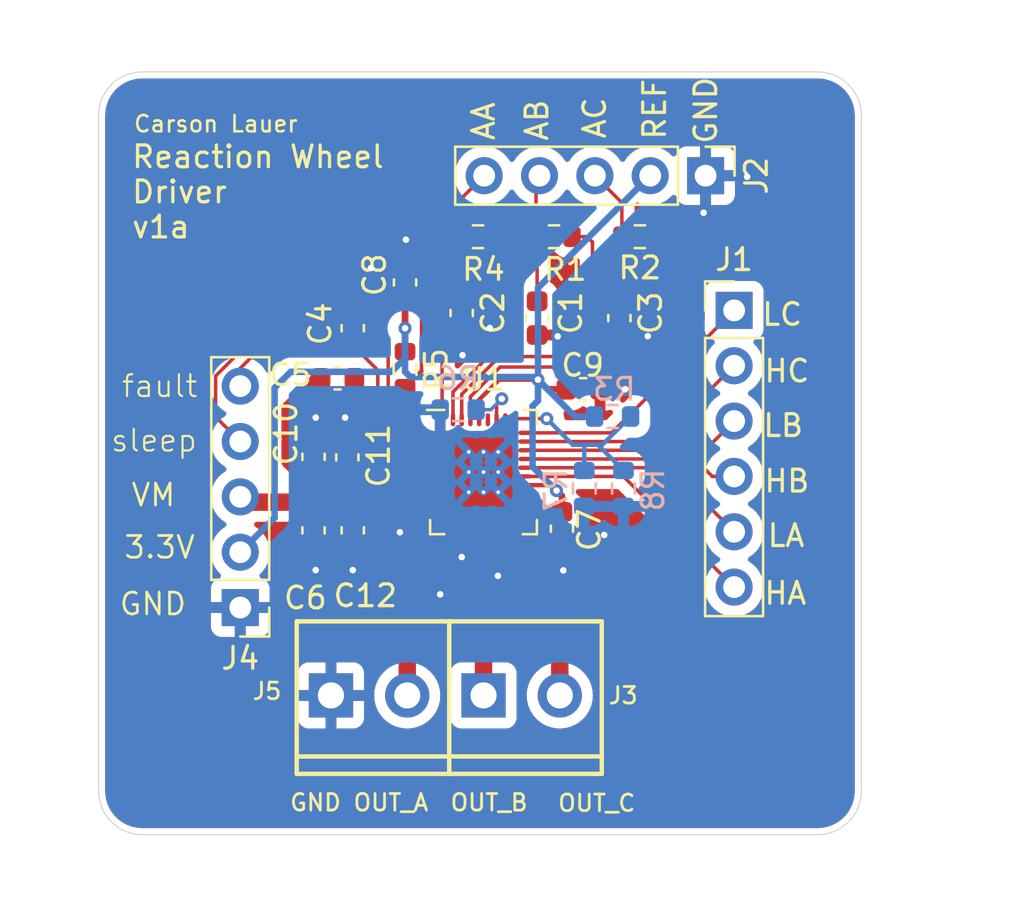
<source format=kicad_pcb>
(kicad_pcb (version 20240108) (generator "pcbnew") (generator_version "8.0")
  (title_block (title "Reaction Wheel Board") (date "2024-12-07") (rev "v1a") (comment 1 "Carson Lauer"))
  (layers (0 "F.Cu" signal) (31 "B.Cu" signal) (34 "B.Paste" user) (35 "F.Paste" user) (36 "B.SilkS" user "B.Silkscreen") (37 "F.SilkS" user "F.Silkscreen") (38 "B.Mask" user) (39 "F.Mask" user) (44 "Edge.Cuts" user))
  (net 0 "")
  (net 1 "GND")
  (net 2 "/ADC_B")
  (net 3 "/ADC_A")
  (net 4 "/ADC_C")
  (net 5 "Net-(U1-CPH)")
  (net 6 "Net-(U1-CPL)")
  (net 7 "Net-(U1-CP)")
  (net 8 "+12V")
  (net 9 "+3.3V")
  (net 10 "/PWM_L_B")
  (net 11 "/PWM_H_C")
  (net 12 "/PWM_L_C")
  (net 13 "/PWM_L_A")
  (net 14 "/PWM_H_A")
  (net 15 "/PWM_H_B")
  (net 16 "/OUT_A")
  (net 17 "/OUT_C")
  (net 18 "/OUT_B")
  (net 19 "Net-(U1-SOB)")
  (net 20 "Net-(U1-SOC)")
  (net 21 "Net-(U1-GAIN)")
  (net 22 "Net-(U1-SOA)")
  (net 27 "/sleep")
  (net 28 "/fault")
  (net 29 "Net-(U1-MODE)")
  (footprint "Capacitor_SMD:C_0603_1608Metric" (layer "F.Cu") (at 143.8975 71.2975 -90)
    (property "Reference" "C3" (at -0.235 -1.43 90) (layer "F.SilkS"))
    (property "Value" "22pF")
    (fp_line (start -0.14058 0.51) (end 0.14058 0.51) (stroke (width 0.12)) (layer "F.SilkS"))
    (fp_line (start -0.14058 -0.51) (end 0.14058 -0.51) (stroke (width 0.12)) (layer "F.SilkS"))
    (pad "1" smd roundrect (at -0.775 0 270) (size 0.9 0.95) (layers "F.Cu" "F.Paste" "F.Mask") (net 4 "/ADC_C"))
    (pad "2" smd roundrect (at 0.775 0 270) (size 0.9 0.95) (layers "F.Cu" "F.Paste" "F.Mask") (net 1 "GND"))
  )
  (footprint "Connector_PinHeader_2.54mm:PinHeader_1x06_P2.54mm_Vertical" (layer "F.Cu") (at 149.1625 70.9425)
    (property "Reference" "J1" (at 0 -2.33 0) (layer "F.SilkS"))
    (property "Value" "PWM Pins")
    (fp_line (start -1.33 -1.33) (end 0 -1.33) (stroke (width 0.12)) (layer "F.SilkS"))
    (fp_line (start -1.33 0) (end -1.33 -1.33) (stroke (width 0.12)) (layer "F.SilkS"))
    (fp_line (start -1.33 1.27) (end -1.33 14.03) (stroke (width 0.12)) (layer "F.SilkS"))
    (fp_line (start -1.33 1.27) (end 1.33 1.27) (stroke (width 0.12)) (layer "F.SilkS"))
    (fp_line (start -1.33 14.03) (end 1.33 14.03) (stroke (width 0.12)) (layer "F.SilkS"))
    (fp_line (start 1.33 1.27) (end 1.33 14.03) (stroke (width 0.12)) (layer "F.SilkS"))
    (pad "1" thru_hole rect (at 0 0) (size 1.7 1.7) (drill 1) (layers "*.Cu" "*.Mask") (net 12 "/PWM_L_C"))
    (pad "2" thru_hole oval (at 0 2.54) (size 1.7 1.7) (drill 1) (layers "*.Cu" "*.Mask") (net 11 "/PWM_H_C"))
    (pad "3" thru_hole oval (at 0 5.08) (size 1.7 1.7) (drill 1) (layers "*.Cu" "*.Mask") (net 10 "/PWM_L_B"))
    (pad "4" thru_hole oval (at 0 7.62) (size 1.7 1.7) (drill 1) (layers "*.Cu" "*.Mask") (net 15 "/PWM_H_B"))
    (pad "5" thru_hole oval (at 0 10.16) (size 1.7 1.7) (drill 1) (layers "*.Cu" "*.Mask") (net 13 "/PWM_L_A"))
    (pad "6" thru_hole oval (at 0 12.7) (size 1.7 1.7) (drill 1) (layers "*.Cu" "*.Mask") (net 14 "/PWM_H_A"))
  )
  (footprint "ssi_driver:QFN-36_EP_4.6x5.4_Pitch0.4mm" (layer "F.Cu") (at 137.6625 78.3625)
    (property "Reference" "U1" (at 0 -4.25 0) (layer "F.SilkS"))
    (property "Value" "DRV8317HREER")
    (fp_line (start -2.45 2.85) (end -2.45 2.2) (stroke (width 0.12)) (layer "F.SilkS"))
    (fp_line (start -1.8 -2.85) (end -2.6 -2.85) (stroke (width 0.12)) (layer "F.SilkS"))
    (fp_line (start -1.8 2.85) (end -2.45 2.85) (stroke (width 0.12)) (layer "F.SilkS"))
    (fp_line (start 1.8 -2.85) (end 2.45 -2.85) (stroke (width 0.12)) (layer "F.SilkS"))
    (fp_line (start 1.8 2.85) (end 2.45 2.85) (stroke (width 0.12)) (layer "F.SilkS"))
    (fp_line (start 2.45 -2.85) (end 2.45 -2.2) (stroke (width 0.12)) (layer "F.SilkS"))
    (fp_line (start 2.45 2.85) (end 2.45 2.2) (stroke (width 0.12)) (layer "F.SilkS"))
    (pad "1" smd oval (at -1.9 -1.8 90) (size 0.2 0.6) (layers "F.Cu" "F.Paste" "F.Mask") (net 27 "/sleep"))
    (pad "2" smd oval (at -1.9 -1.4 90) (size 0.2 0.6) (layers "F.Cu" "F.Paste" "F.Mask") (net 28 "/fault"))
    (pad "3" smd oval (at -1.9 -1 90) (size 0.2 0.6) (layers "F.Cu" "F.Paste" "F.Mask"))
    (pad "4" smd oval (at -1.9 -0.6 90) (size 0.2 0.6) (layers "F.Cu" "F.Paste" "F.Mask") (net 6 "Net-(U1-CPL)"))
    (pad "5" smd oval (at -1.9 -0.2 90) (size 0.2 0.6) (layers "F.Cu" "F.Paste" "F.Mask") (net 5 "Net-(U1-CPH)"))
    (pad "6" smd oval (at -1.9 0.2 90) (size 0.2 0.6) (layers "F.Cu" "F.Paste" "F.Mask") (net 7 "Net-(U1-CP)"))
    (pad "7" smd oval (at -1.9 0.6 90) (size 0.2 0.6) (layers "F.Cu" "F.Paste" "F.Mask") (net 8 "+12V"))
    (pad "8" smd oval (at -1.9 1 90) (size 0.2 0.6) (layers "F.Cu" "F.Paste" "F.Mask") (net 8 "+12V"))
    (pad "9" smd oval (at -1.9 1.4 90) (size 0.2 0.6) (layers "F.Cu" "F.Paste" "F.Mask") (net 8 "+12V"))
    (pad "10" smd oval (at -1.9 1.8 90) (size 0.2 0.6) (layers "F.Cu" "F.Paste" "F.Mask") (net 1 "GND"))
    (pad "11" smd oval (at -1.4 2.4) (size 0.2 0.6) (layers "F.Cu" "F.Paste" "F.Mask") (net 16 "/OUT_A"))
    (pad "12" smd oval (at -1 2.4) (size 0.2 0.6) (layers "F.Cu" "F.Paste" "F.Mask") (net 16 "/OUT_A"))
    (pad "13" smd oval (at -0.6 2.4) (size 0.2 0.6) (layers "F.Cu" "F.Paste" "F.Mask") (net 1 "GND"))
    (pad "14" smd oval (at -0.2 2.4) (size 0.2 0.6) (layers "F.Cu" "F.Paste" "F.Mask") (net 18 "/OUT_B"))
    (pad "15" smd oval (at 0.2 2.4) (size 0.2 0.6) (layers "F.Cu" "F.Paste" "F.Mask") (net 18 "/OUT_B"))
    (pad "16" smd oval (at 0.6 2.4) (size 0.2 0.6) (layers "F.Cu" "F.Paste" "F.Mask") (net 1 "GND"))
    (pad "17" smd oval (at 1 2.4) (size 0.2 0.6) (layers "F.Cu" "F.Paste" "F.Mask") (net 17 "/OUT_C"))
    (pad "18" smd oval (at 1.4 2.4) (size 0.2 0.6) (layers "F.Cu" "F.Paste" "F.Mask") (net 17 "/OUT_C"))
    (pad "19" smd oval (at 1.9 1.8 90) (size 0.2 0.6) (layers "F.Cu" "F.Paste" "F.Mask") (net 1 "GND"))
    (pad "20" smd oval (at 1.9 1.4 90) (size 0.2 0.6) (layers "F.Cu" "F.Paste" "F.Mask"))
    (pad "21" smd oval (at 1.9 1 90) (size 0.2 0.6) (layers "F.Cu" "F.Paste" "F.Mask") (net 1 "GND"))
    (pad "22" smd oval (at 1.9 0.6 90) (size 0.2 0.6) (layers "F.Cu" "F.Paste" "F.Mask") (net 9 "+3.3V"))
    (pad "23" smd oval (at 1.9 0.2 90) (size 0.2 0.6) (layers "F.Cu" "F.Paste" "F.Mask") (net 14 "/PWM_H_A"))
    (pad "24" smd oval (at 1.9 -0.2 90) (size 0.2 0.6) (layers "F.Cu" "F.Paste" "F.Mask") (net 13 "/PWM_L_A"))
    (pad "25" smd oval (at 1.9 -0.6 90) (size 0.2 0.6) (layers "F.Cu" "F.Paste" "F.Mask") (net 15 "/PWM_H_B"))
    (pad "26" smd oval (at 1.9 -1 90) (size 0.2 0.6) (layers "F.Cu" "F.Paste" "F.Mask") (net 10 "/PWM_L_B"))
    (pad "27" smd oval (at 1.9 -1.4 90) (size 0.2 0.6) (layers "F.Cu" "F.Paste" "F.Mask") (net 11 "/PWM_H_C"))
    (pad "28" smd oval (at 1.9 -1.8 90) (size 0.2 0.6) (layers "F.Cu" "F.Paste" "F.Mask") (net 12 "/PWM_L_C"))
    (pad "29" smd oval (at 1.4 -2.4) (size 0.2 0.6) (layers "F.Cu" "F.Paste" "F.Mask") (net 21 "Net-(U1-GAIN)"))
    (pad "30" smd oval (at 1 -2.4) (size 0.2 0.6) (layers "F.Cu" "F.Paste" "F.Mask"))
    (pad "31" smd oval (at 0.6 -2.4) (size 0.2 0.6) (layers "F.Cu" "F.Paste" "F.Mask") (net 29 "Net-(U1-MODE)"))
    (pad "32" smd oval (at 0.2 -2.4) (size 0.2 0.6) (layers "F.Cu" "F.Paste" "F.Mask"))
    (pad "33" smd oval (at -0.2 -2.4) (size 0.2 0.6) (layers "F.Cu" "F.Paste" "F.Mask") (net 9 "+3.3V"))
    (pad "34" smd oval (at -0.6 -2.4) (size 0.2 0.6) (layers "F.Cu" "F.Paste" "F.Mask") (net 20 "Net-(U1-SOC)"))
    (pad "35" smd oval (at -1 -2.4) (size 0.2 0.6) (layers "F.Cu" "F.Paste" "F.Mask") (net 19 "Net-(U1-SOB)"))
    (pad "36" smd oval (at -1.4 -2.4) (size 0.2 0.6) (layers "F.Cu" "F.Paste" "F.Mask") (net 22 "Net-(U1-SOA)"))
    (pad "37" thru_hole circle (at -0.675 -0.925) (size 0.3375 0.3375) (drill 0.16875) (property pad_prop_heatsink) (layers "*.Cu" "*.Mask") (net 1 "GND"))
    (pad "37" thru_hole circle (at -0.675 0) (size 0.3375 0.3375) (drill 0.16875) (property pad_prop_heatsink) (layers "*.Cu" "*.Mask") (net 1 "GND"))
    (pad "37" thru_hole circle (at -0.675 0.925) (size 0.3375 0.3375) (drill 0.16875) (property pad_prop_heatsink) (layers "*.Cu" "*.Mask") (net 1 "GND"))
    (pad "37" thru_hole circle (at 0 -0.925) (size 0.3375 0.3375) (drill 0.16875) (property pad_prop_heatsink) (layers "*.Cu" "*.Mask") (net 1 "GND"))
    (pad "37" thru_hole circle (at 0 0) (size 0.3375 0.3375) (drill 0.16875) (property pad_prop_heatsink) (layers "*.Cu" "*.Mask") (net 1 "GND"))
    (pad "37" smd rect (at 0 0) (size 2.7 3.7) (layers "F.Cu" "F.Paste" "F.Mask") (net 1 "GND"))
    (pad "37" thru_hole circle (at 0 0.925) (size 0.3375 0.3375) (drill 0.16875) (property pad_prop_heatsink) (layers "*.Cu" "*.Mask") (net 1 "GND"))
    (pad "37" thru_hole circle (at 0.675 -0.925) (size 0.3375 0.3375) (drill 0.16875) (property pad_prop_heatsink) (layers "*.Cu" "*.Mask") (net 1 "GND"))
    (pad "37" thru_hole circle (at 0.675 0) (size 0.3375 0.3375) (drill 0.16875) (property pad_prop_heatsink) (layers "*.Cu" "*.Mask") (net 1 "GND"))
    (pad "37" thru_hole circle (at 0.675 0.925) (size 0.3375 0.3375) (drill 0.16875) (property pad_prop_heatsink) (layers "*.Cu" "*.Mask") (net 1 "GND"))
  )
  (footprint "Capacitor_SMD:C_0603_1608Metric" (layer "F.Cu") (at 136.6625 71.0625 -90)
    (property "Reference" "C2" (at 0 -1.43 90) (layer "F.SilkS"))
    (property "Value" "22pF")
    (fp_line (start -0.14058 0.51) (end 0.14058 0.51) (stroke (width 0.12)) (layer "F.SilkS"))
    (fp_line (start -0.14058 -0.51) (end 0.14058 -0.51) (stroke (width 0.12)) (layer "F.SilkS"))
    (pad "1" smd roundrect (at -0.775 0 270) (size 0.9 0.95) (layers "F.Cu" "F.Paste" "F.Mask") (net 3 "/ADC_A"))
    (pad "2" smd roundrect (at 0.775 0 270) (size 0.9 0.95) (layers "F.Cu" "F.Paste" "F.Mask") (net 1 "GND"))
  )
  (footprint "Capacitor_SMD:C_0603_1608Metric" (layer "F.Cu") (at 142.2375 74.5625 180)
    (property "Reference" "C9" (at 0.025 1.1 0) (layer "F.SilkS"))
    (property "Value" "0.1μF")
    (fp_line (start -0.14058 0.51) (end 0.14058 0.51) (stroke (width 0.12)) (layer "F.SilkS"))
    (fp_line (start -0.14058 -0.51) (end 0.14058 -0.51) (stroke (width 0.12)) (layer "F.SilkS"))
    (pad "1" smd roundrect (at -0.775 0 180) (size 0.9 0.95) (layers "F.Cu" "F.Paste" "F.Mask") (net 1 "GND"))
    (pad "2" smd roundrect (at 0.775 0 180) (size 0.9 0.95) (layers "F.Cu" "F.Paste" "F.Mask") (net 9 "+3.3V"))
  )
  (footprint "Connector_PinHeader_2.54mm:PinHeader_1x05_P2.54mm_Vertical" (layer "F.Cu") (at 126.5 84.58 180)
    (property "Reference" "J4" (at 0 -2.33 0) (layer "F.SilkS"))
    (property "Value" "Power Pins")
    (fp_line (start 1.33 1.27) (end 1.33 11.49) (stroke (width 0.12)) (layer "F.SilkS"))
    (fp_line (start -1.33 11.49) (end 1.33 11.49) (stroke (width 0.12)) (layer "F.SilkS"))
    (fp_line (start -1.33 1.27) (end 1.33 1.27) (stroke (width 0.12)) (layer "F.SilkS"))
    (fp_line (start -1.33 1.27) (end -1.33 11.49) (stroke (width 0.12)) (layer "F.SilkS"))
    (fp_line (start -1.33 0) (end -1.33 -1.33) (stroke (width 0.12)) (layer "F.SilkS"))
    (fp_line (start -1.33 -1.33) (end 0 -1.33) (stroke (width 0.12)) (layer "F.SilkS"))
    (pad "1" thru_hole rect (at 0 0 180) (size 1.7 1.7) (drill 1) (layers "*.Cu" "*.Mask") (net 1 "GND"))
    (pad "2" thru_hole oval (at 0 2.54 180) (size 1.7 1.7) (drill 1) (layers "*.Cu" "*.Mask") (net 9 "+3.3V"))
    (pad "3" thru_hole oval (at 0 5.08 180) (size 1.7 1.7) (drill 1) (layers "*.Cu" "*.Mask") (net 8 "+12V"))
    (pad "4" thru_hole oval (at 0 7.62 180) (size 1.7 1.7) (drill 1) (layers "*.Cu" "*.Mask") (net 27 "/sleep"))
    (pad "5" thru_hole oval (at 0 10.16 180) (size 1.7 1.7) (drill 1) (layers "*.Cu" "*.Mask") (net 28 "/fault"))
  )
  (footprint "Capacitor_SMD:C_0603_1608Metric" (layer "F.Cu") (at 131.6625 71.7625 -90)
    (property "Reference" "C4" (at -0.2 1.5 90) (layer "F.SilkS"))
    (property "Value" "47nF")
    (fp_line (start -0.14058 0.51) (end 0.14058 0.51) (stroke (width 0.12)) (layer "F.SilkS"))
    (fp_line (start -0.14058 -0.51) (end 0.14058 -0.51) (stroke (width 0.12)) (layer "F.SilkS"))
    (pad "1" smd roundrect (at -0.775 0 270) (size 0.9 0.95) (layers "F.Cu" "F.Paste" "F.Mask") (net 6 "Net-(U1-CPL)"))
    (pad "2" smd roundrect (at 0.775 0 270) (size 0.9 0.95) (layers "F.Cu" "F.Paste" "F.Mask") (net 5 "Net-(U1-CPH)"))
  )
  (footprint "Capacitor_SMD:C_0603_1608Metric" (layer "F.Cu") (at 134.0625 69.6625 -90)
    (property "Reference" "C8" (at -0.35 1.4 90) (layer "F.SilkS"))
    (property "Value" "0.1μF")
    (fp_line (start -0.14058 0.51) (end 0.14058 0.51) (stroke (width 0.12)) (layer "F.SilkS"))
    (fp_line (start -0.14058 -0.51) (end 0.14058 -0.51) (stroke (width 0.12)) (layer "F.SilkS"))
    (pad "1" smd roundrect (at -0.775 0 270) (size 0.9 0.95) (layers "F.Cu" "F.Paste" "F.Mask") (net 1 "GND"))
    (pad "2" smd roundrect (at 0.775 0 270) (size 0.9 0.95) (layers "F.Cu" "F.Paste" "F.Mask") (net 9 "+3.3V"))
  )
  (footprint "Capacitor_SMD:C_0603_1608Metric" (layer "F.Cu") (at 129.8625 77.6625 -90)
    (property "Reference" "C10" (at -1.0625 1.2625 90) (layer "F.SilkS"))
    (property "Value" "10μF")
    (fp_line (start -0.14058 0.51) (end 0.14058 0.51) (stroke (width 0.12)) (layer "F.SilkS"))
    (fp_line (start -0.14058 -0.51) (end 0.14058 -0.51) (stroke (width 0.12)) (layer "F.SilkS"))
    (pad "1" smd roundrect (at -0.775 0 270) (size 0.9 0.95) (layers "F.Cu" "F.Paste" "F.Mask") (net 1 "GND"))
    (pad "2" smd roundrect (at 0.775 0 270) (size 0.9 0.95) (layers "F.Cu" "F.Paste" "F.Mask") (net 8 "+12V"))
  )
  (footprint "Resistor_SMD:R_0603_1608Metric" (layer "F.Cu") (at 137.4125 67.5625 180)
    (property "Reference" "R4" (at -0.25 -1.5 0) (layer "F.SilkS"))
    (property "Value" "330")
    (fp_line (start -0.237258 0.5225) (end 0.237258 0.5225) (stroke (width 0.12)) (layer "F.SilkS"))
    (fp_line (start -0.237258 -0.5225) (end 0.237258 -0.5225) (stroke (width 0.12)) (layer "F.SilkS"))
    (pad "1" smd roundrect (at -0.825 0 180) (size 0.8 0.95) (layers "F.Cu" "F.Paste" "F.Mask") (net 22 "Net-(U1-SOA)"))
    (pad "2" smd roundrect (at 0.825 0 180) (size 0.8 0.95) (layers "F.Cu" "F.Paste" "F.Mask") (net 3 "/ADC_A"))
  )
  (footprint "Connector_PinHeader_2.54mm:PinHeader_1x05_P2.54mm_Vertical" (layer "F.Cu") (at 147.8525 64.7625 -90)
    (property "Reference" "J2" (at 0 -2.33 90) (layer "F.SilkS"))
    (property "Value" "Conn_01x05")
    (fp_line (start -1.33 11.49) (end 1.33 11.49) (stroke (width 0.12)) (layer "F.SilkS"))
    (fp_line (start -1.33 1.27) (end -1.33 11.49) (stroke (width 0.12)) (layer "F.SilkS"))
    (fp_line (start -1.33 1.27) (end 1.33 1.27) (stroke (width 0.12)) (layer "F.SilkS"))
    (fp_line (start 1.33 1.27) (end 1.33 11.49) (stroke (width 0.12)) (layer "F.SilkS"))
    (fp_line (start -1.33 0) (end -1.33 -1.33) (stroke (width 0.12)) (layer "F.SilkS"))
    (fp_line (start -1.33 -1.33) (end 0 -1.33) (stroke (width 0.12)) (layer "F.SilkS"))
    (pad "1" thru_hole rect (at 0 0 270) (size 1.7 1.7) (drill 1) (layers "*.Cu" "*.Mask") (net 1 "GND"))
    (pad "2" thru_hole oval (at 0 2.54 270) (size 1.7 1.7) (drill 1) (layers "*.Cu" "*.Mask") (net 9 "+3.3V"))
    (pad "3" thru_hole oval (at 0 5.08 270) (size 1.7 1.7) (drill 1) (layers "*.Cu" "*.Mask") (net 4 "/ADC_C"))
    (pad "4" thru_hole oval (at 0 7.62 270) (size 1.7 1.7) (drill 1) (layers "*.Cu" "*.Mask") (net 2 "/ADC_B"))
    (pad "5" thru_hole oval (at 0 10.16 270) (size 1.7 1.7) (drill 1) (layers "*.Cu" "*.Mask") (net 3 "/ADC_A"))
  )
  (footprint "ssi_connector:1985807" (layer "F.Cu") (at 137.6625 88.6125)
    (property "Reference" "J3" (at 7.15 0.45 180) (layer "F.SilkS") (effects (font (size 0.762 0.762) (thickness 0.127)) (justify right bottom)))
    (property "Value" "Screw_Terminal_01x02")
    (fp_line (start -1.5722 -3.4) (end 5.4278 -3.4) (stroke (width 0.2032)) (layer "F.SilkS"))
    (fp_line (start -1.5722 2.8) (end -1.5722 -3.4) (stroke (width 0.2032)) (layer "F.SilkS"))
    (fp_line (start -1.5722 3.6) (end -1.5722 2.8) (stroke (width 0.2032)) (layer "F.SilkS"))
    (fp_line (start 5.4278 -3.4) (end 5.4278 2.8) (stroke (width 0.2032)) (layer "F.SilkS"))
    (fp_line (start 5.4278 2.8) (end -1.5722 2.8) (stroke (width 0.2032)) (layer "F.SilkS"))
    (fp_line (start 5.4278 2.8) (end 5.4278 3.6) (stroke (width 0.2032)) (layer "F.SilkS"))
    (fp_line (start 5.4278 3.6) (end -1.5722 3.6) (stroke (width 0.2032)) (layer "F.SilkS"))
    (pad "1" thru_hole rect (at 0 0) (size 2.032 2.032) (drill 1.2) (layers "*.Cu" "*.Mask") (net 18 "/OUT_B"))
    (pad "2" thru_hole circle (at 3.5 0) (size 2.032 2.032) (drill 1.2) (layers "*.Cu" "*.Mask") (net 17 "/OUT_C"))
  )
  (footprint "Capacitor_SMD:C_0603_1608Metric" (layer "F.Cu") (at 141.2625 80.9625 -90)
    (property "Reference" "C7" (at 0.05 -1.25 90) (layer "F.SilkS"))
    (property "Value" "4.7μF")
    (fp_line (start -0.14058 0.51) (end 0.14058 0.51) (stroke (width 0.12)) (layer "F.SilkS"))
    (fp_line (start -0.14058 -0.51) (end 0.14058 -0.51) (stroke (width 0.12)) (layer "F.SilkS"))
    (pad "1" smd roundrect (at -0.775 0 270) (size 0.9 0.95) (layers "F.Cu" "F.Paste" "F.Mask") (net 9 "+3.3V"))
    (pad "2" smd roundrect (at 0.775 0 270) (size 0.9 0.95) (layers "F.Cu" "F.Paste" "F.Mask") (net 1 "GND"))
  )
  (footprint "ssi_connector:1985807" (layer "F.Cu") (at 130.6625 88.6125)
    (property "Reference" "J5" (at -2.2 0.25 180) (layer "F.SilkS") (effects (font (size 0.762 0.762) (thickness 0.127)) (justify right bottom)))
    (property "Value" "Screw_Terminal_01x02")
    (fp_line (start -1.5722 -3.4) (end 5.4278 -3.4) (stroke (width 0.2032)) (layer "F.SilkS"))
    (fp_line (start -1.5722 2.8) (end -1.5722 -3.4) (stroke (width 0.2032)) (layer "F.SilkS"))
    (fp_line (start -1.5722 3.6) (end -1.5722 2.8) (stroke (width 0.2032)) (layer "F.SilkS"))
    (fp_line (start 5.4278 -3.4) (end 5.4278 2.8) (stroke (width 0.2032)) (layer "F.SilkS"))
    (fp_line (start 5.4278 2.8) (end -1.5722 2.8) (stroke (width 0.2032)) (layer "F.SilkS"))
    (fp_line (start 5.4278 2.8) (end 5.4278 3.6) (stroke (width 0.2032)) (layer "F.SilkS"))
    (fp_line (start 5.4278 3.6) (end -1.5722 3.6) (stroke (width 0.2032)) (layer "F.SilkS"))
    (pad "1" thru_hole rect (at 0 0) (size 2.032 2.032) (drill 1.2) (layers "*.Cu" "*.Mask") (net 1 "GND"))
    (pad "2" thru_hole circle (at 3.5 0) (size 2.032 2.032) (drill 1.2) (layers "*.Cu" "*.Mask") (net 16 "/OUT_A"))
  )
  (footprint "Capacitor_SMD:C_0603_1608Metric" (layer "F.Cu") (at 131.6625 81.0375 90)
    (property "Reference" "C12" (at -3 0.575 180) (layer "F.SilkS"))
    (property "Value" "10μF")
    (fp_line (start -0.14058 -0.51) (end 0.14058 -0.51) (stroke (width 0.12)) (layer "F.SilkS"))
    (fp_line (start -0.14058 0.51) (end 0.14058 0.51) (stroke (width 0.12)) (layer "F.SilkS"))
    (pad "1" smd roundrect (at -0.775 0 90) (size 0.9 0.95) (layers "F.Cu" "F.Paste" "F.Mask") (net 1 "GND"))
    (pad "2" smd roundrect (at 0.775 0 90) (size 0.9 0.95) (layers "F.Cu" "F.Paste" "F.Mask") (net 8 "+12V"))
  )
  (footprint "Resistor_SMD:R_0603_1608Metric" (layer "F.Cu") (at 134.0625 73.6625 -90)
    (property "Reference" "R5" (at 0 -1.43 90) (layer "F.SilkS"))
    (property "Value" "5.1kΩ")
    (fp_line (start -0.237258 0.5225) (end 0.237258 0.5225) (stroke (width 0.12)) (layer "F.SilkS"))
    (fp_line (start -0.237258 -0.5225) (end 0.237258 -0.5225) (stroke (width 0.12)) (layer "F.SilkS"))
    (pad "1" smd roundrect (at -0.825 0 270) (size 0.8 0.95) (layers "F.Cu" "F.Paste" "F.Mask") (net 9 "+3.3V"))
    (pad "2" smd roundrect (at 0.825 0 270) (size 0.8 0.95) (layers "F.Cu" "F.Paste" "F.Mask") (net 28 "/fault"))
  )
  (footprint "Capacitor_SMD:C_0603_1608Metric" (layer "F.Cu") (at 131.4125 77.6875 -90)
    (property "Reference" "C11" (at -0.075 -1.43 90) (layer "F.SilkS"))
    (property "Value" "0.1μF")
    (fp_line (start -0.14058 0.51) (end 0.14058 0.51) (stroke (width 0.12)) (layer "F.SilkS"))
    (fp_line (start -0.14058 -0.51) (end 0.14058 -0.51) (stroke (width 0.12)) (layer "F.SilkS"))
    (pad "1" smd roundrect (at -0.775 0 270) (size 0.9 0.95) (layers "F.Cu" "F.Paste" "F.Mask") (net 1 "GND"))
    (pad "2" smd roundrect (at 0.775 0 270) (size 0.9 0.95) (layers "F.Cu" "F.Paste" "F.Mask") (net 8 "+12V"))
  )
  (footprint "Resistor_SMD:R_0603_1608Metric" (layer "F.Cu") (at 140.8975 67.5625 180)
    (property "Reference" "R1" (at -0.515 -1.5 0) (layer "F.SilkS"))
    (property "Value" "330")
    (fp_line (start -0.237258 0.5225) (end 0.237258 0.5225) (stroke (width 0.12)) (layer "F.SilkS"))
    (fp_line (start -0.237258 -0.5225) (end 0.237258 -0.5225) (stroke (width 0.12)) (layer "F.SilkS"))
    (pad "1" smd roundrect (at -0.825 0 180) (size 0.8 0.95) (layers "F.Cu" "F.Paste" "F.Mask") (net 19 "Net-(U1-SOB)"))
    (pad "2" smd roundrect (at 0.825 0 180) (size 0.8 0.95) (layers "F.Cu" "F.Paste" "F.Mask") (net 2 "/ADC_B"))
  )
  (footprint "Capacitor_SMD:C_0603_1608Metric" (layer "F.Cu") (at 129.8625 81.0375 90)
    (property "Reference" "C6" (at -3.1 -0.375 180) (layer "F.SilkS"))
    (property "Value" "0.1μF")
    (fp_line (start -0.14058 -0.51) (end 0.14058 -0.51) (stroke (width 0.12)) (layer "F.SilkS"))
    (fp_line (start -0.14058 0.51) (end 0.14058 0.51) (stroke (width 0.12)) (layer "F.SilkS"))
    (pad "1" smd roundrect (at -0.775 0 90) (size 0.9 0.95) (layers "F.Cu" "F.Paste" "F.Mask") (net 1 "GND"))
    (pad "2" smd roundrect (at 0.775 0 90) (size 0.9 0.95) (layers "F.Cu" "F.Paste" "F.Mask") (net 8 "+12V"))
  )
  (footprint "Capacitor_SMD:C_0603_1608Metric" (layer "F.Cu") (at 140.1225 71.2975 -90)
    (property "Reference" "C1" (at -0.235 -1.54 90) (layer "F.SilkS"))
    (property "Value" "22pF")
    (fp_line (start -0.14058 0.51) (end 0.14058 0.51) (stroke (width 0.12)) (layer "F.SilkS"))
    (fp_line (start -0.14058 -0.51) (end 0.14058 -0.51) (stroke (width 0.12)) (layer "F.SilkS"))
    (pad "1" smd roundrect (at -0.775 0 270) (size 0.9 0.95) (layers "F.Cu" "F.Paste" "F.Mask") (net 2 "/ADC_B"))
    (pad "2" smd roundrect (at 0.775 0 270) (size 0.9 0.95) (layers "F.Cu" "F.Paste" "F.Mask") (net 1 "GND"))
  )
  (footprint "Capacitor_SMD:C_0603_1608Metric" (layer "F.Cu") (at 130.9625 74.0625)
    (property "Reference" "C5" (at -2.1625 -0.1625 0) (layer "F.SilkS"))
    (property "Value" "0.1μF")
    (fp_line (start -0.14058 -0.51) (end 0.14058 -0.51) (stroke (width 0.12)) (layer "F.SilkS"))
    (fp_line (start -0.14058 0.51) (end 0.14058 0.51) (stroke (width 0.12)) (layer "F.SilkS"))
    (pad "1" smd roundrect (at -0.775 0) (size 0.9 0.95) (layers "F.Cu" "F.Paste" "F.Mask") (net 8 "+12V"))
    (pad "2" smd roundrect (at 0.775 0) (size 0.9 0.95) (layers "F.Cu" "F.Paste" "F.Mask") (net 7 "Net-(U1-CP)"))
  )
  (footprint "Resistor_SMD:R_0603_1608Metric" (layer "F.Cu") (at 144.8375 67.5625 180)
    (property "Reference" "R2" (at 0 -1.43 0) (layer "F.SilkS"))
    (property "Value" "330")
    (fp_line (start -0.237258 0.5225) (end 0.237258 0.5225) (stroke (width 0.12)) (layer "F.SilkS"))
    (fp_line (start -0.237258 -0.5225) (end 0.237258 -0.5225) (stroke (width 0.12)) (layer "F.SilkS"))
    (pad "1" smd roundrect (at -0.825 0 180) (size 0.8 0.95) (layers "F.Cu" "F.Paste" "F.Mask") (net 20 "Net-(U1-SOC)"))
    (pad "2" smd roundrect (at 0.825 0 180) (size 0.8 0.95) (layers "F.Cu" "F.Paste" "F.Mask") (net 4 "/ADC_C"))
  )
  (footprint "Resistor_SMD:R_0603_1608Metric" (layer "B.Cu") (at 144.0875 79.1125 90)
    (property "Reference" "R8" (at -0.075 1.35 90) (layer "B.SilkS") (effects (justify mirror)))
    (property "Value" "47k")
    (fp_line (start 0.237258 -0.5225) (end -0.237258 -0.5225) (stroke (width 0.12)) (layer "B.SilkS"))
    (fp_line (start 0.237258 0.5225) (end -0.237258 0.5225) (stroke (width 0.12)) (layer "B.SilkS"))
    (pad "1" smd roundrect (at -0.825 0 90) (size 0.8 0.95) (layers "B.Cu" "B.Paste" "B.Mask") (net 1 "GND"))
    (pad "2" smd roundrect (at 0.825 0 90) (size 0.8 0.95) (layers "B.Cu" "B.Paste" "B.Mask") (net 21 "Net-(U1-GAIN)"))
  )
  (footprint "Resistor_SMD:R_0603_1608Metric" (layer "B.Cu") (at 142.2875 79.1125 90)
    (property "Reference" "R7" (at -0.075 -1.3 90) (layer "B.SilkS") (effects (justify mirror)))
    (property "Value" "0R")
    (fp_line (start 0.237258 -0.5225) (end -0.237258 -0.5225) (stroke (width 0.12)) (layer "B.SilkS"))
    (fp_line (start 0.237258 0.5225) (end -0.237258 0.5225) (stroke (width 0.12)) (layer "B.SilkS"))
    (pad "1" smd roundrect (at -0.825 0 90) (size 0.8 0.95) (layers "B.Cu" "B.Paste" "B.Mask") (net 1 "GND"))
    (pad "2" smd roundrect (at 0.825 0 90) (size 0.8 0.95) (layers "B.Cu" "B.Paste" "B.Mask") (net 21 "Net-(U1-GAIN)"))
  )
  (footprint "Resistor_SMD:R_0603_1608Metric" (layer "B.Cu") (at 143.5875 75.8125 180)
    (property "Reference" "R3" (at -0.075 1.25 0) (layer "B.SilkS") (effects (justify mirror)))
    (property "Value" "0R")
    (fp_line (start 0.237258 0.5225) (end -0.237258 0.5225) (stroke (width 0.12)) (layer "B.SilkS"))
    (fp_line (start 0.237258 -0.5225) (end -0.237258 -0.5225) (stroke (width 0.12)) (layer "B.SilkS"))
    (pad "1" smd roundrect (at -0.825 0 180) (size 0.8 0.95) (layers "B.Cu" "B.Paste" "B.Mask") (net 21 "Net-(U1-GAIN)"))
    (pad "2" smd roundrect (at 0.825 0 180) (size 0.8 0.95) (layers "B.Cu" "B.Paste" "B.Mask") (net 9 "+3.3V"))
  )
  (footprint "Resistor_SMD:R_0603_1608Metric" (layer "B.Cu") (at 136.5 75.5 180)
    (property "Reference" "R6" (at 0 1.43 0) (layer "B.SilkS") (effects (justify mirror)))
    (property "Value" "47k")
    (fp_line (start 0.237258 0.5225) (end -0.237258 0.5225) (stroke (width 0.12)) (layer "B.SilkS"))
    (fp_line (start 0.237258 -0.5225) (end -0.237258 -0.5225) (stroke (width 0.12)) (layer "B.SilkS"))
    (pad "1" smd roundrect (at -0.825 0 180) (size 0.8 0.95) (layers "B.Cu" "B.Paste" "B.Mask") (net 29 "Net-(U1-MODE)"))
    (pad "2" smd roundrect (at 0.825 0 180) (size 0.8 0.95) (layers "B.Cu" "B.Paste" "B.Mask") (net 1 "GND"))
  )
  (gr_arc (start 122 95) (mid 120.585786 94.414214) (end 120 93) (stroke (width 0.05)) (layer "Edge.Cuts"))
  (gr_line (start 153 95) (end 122 95) (stroke (width 0.05)) (layer "Edge.Cuts"))
  (gr_arc (start 120 62) (mid 120.585786 60.585786) (end 122 60) (stroke (width 0.05)) (layer "Edge.Cuts"))
  (gr_line (start 122 60) (end 153 60) (stroke (width 0.05)) (layer "Edge.Cuts"))
  (gr_arc (start 155 93) (mid 154.414214 94.414214) (end 153 95) (stroke (width 0.05)) (layer "Edge.Cuts"))
  (gr_line (start 155 62) (end 155 93) (stroke (width 0.05)) (layer "Edge.Cuts"))
  (gr_arc (start 153 60) (mid 154.414214 60.585786) (end 155 62) (stroke (width 0.05)) (layer "Edge.Cuts"))
  (gr_line (start 120 62) (end 120 93) (stroke (width 0.05)) (layer "Edge.Cuts"))
  (gr_text "OUT_A" (at 135.2 93.975 0) (layer "F.SilkS") (effects (font (size 0.762 0.762) (thickness 0.127)) (justify right bottom)))
  (gr_text "Reaction Wheel\nDriver\nv1a\n" (at 121.45 67.7 0) (layer "F.SilkS") (effects (font (size 1 1)) (justify left bottom)))
  (gr_text "Carson Lauer" (at 121.55 62.825 0) (layer "F.SilkS") (effects (font (size 0.75 0.75) (thickness 0.12)) (justify left bottom)))
  (gr_text "3.3V" (at 124.5 82.4 0) (layer "F.SilkS") (effects (font (size 1 1) (thickness 0.127)) (justify right bottom)))
  (gr_text "REF" (at 145.5125 61.7125 90) (layer "F.SilkS") (effects (font (size 1 1))))
  (gr_text "GND" (at 131.2 93.975 0) (layer "F.SilkS") (effects (font (size 0.762 0.762) (thickness 0.127)) (justify right bottom)))
  (gr_text "GND" (at 124.1 85 0) (layer "F.SilkS") (effects (font (size 1 1) (thickness 0.127)) (justify right bottom)))
  (gr_text "HB\n" (at 150.4625 79.3625 0) (layer "F.SilkS") (effects (font (size 1 1)) (justify left bottom)))
  (gr_text "AC\n" (at 142.7625 62.1125 90) (layer "F.SilkS") (effects (font (size 1 1))))
  (gr_text "fault\n" (at 121 75 0) (layer "F.SilkS") (effects (font (size 1 1) (thickness 0.1)) (justify left bottom)))
  (gr_text "GND\n" (at 147.8625 61.7625 90) (layer "F.SilkS") (effects (font (size 1 1))))
  (gr_text "OUT_C\n" (at 144.7 94 0) (layer "F.SilkS") (effects (font (size 0.762 0.762) (thickness 0.127)) (justify right bottom)))
  (gr_text "HC" (at 150.4625 74.3125 0) (layer "F.SilkS") (effects (font (size 1 1)) (justify left bottom)))
  (gr_text "AB\n" (at 140.1125 62.2125 90) (layer "F.SilkS") (effects (font (size 1 1))))
  (gr_text "LA\n" (at 150.6125 81.8625 0) (layer "F.SilkS") (effects (font (size 1 1)) (justify left bottom)))
  (gr_text "VM" (at 123.6 80 0) (layer "F.SilkS") (effects (font (size 1 1) (thickness 0.127)) (justify right bottom)))
  (gr_text "HA\n" (at 150.4625 84.5125 0) (layer "F.SilkS") (effects (font (size 1 1)) (justify left bottom)))
  (gr_text "sleep\n" (at 120.5 77.5 0) (layer "F.SilkS") (effects (font (size 1 1) (thickness 0.1)) (justify left bottom)))
  (gr_text "LB\n" (at 150.4125 76.8125 0) (layer "F.SilkS") (effects (font (size 1 1)) (justify left bottom)))
  (gr_text "AA" (at 137.6625 62.2625 90) (layer "F.SilkS") (effects (font (size 1 1))))
  (gr_text "LC" (at 150.3625 71.7125 0) (layer "F.SilkS") (effects (font (size 1 1)) (justify left bottom)))
  (gr_text "OUT_B" (at 139.7625 93.975 0) (layer "F.SilkS") (effects (font (size 0.762 0.762) (thickness 0.127)) (justify right bottom)))
  (segment (start 145.1475 72.0725) (end 143.8975 72.0725) (width 0.16) (layer "F.Cu") (net 1))
  (segment (start 138.325 83.125) (end 138.325 82.304239) (width 0.16) (layer "F.Cu") (net 1))
  (segment (start 137.6625 78.7625) (end 137.6625 78.3625) (width 0.2) (layer "F.Cu") (net 1))
  (segment (start 140.3625 80.1625) (end 140.4125 80.2125) (width 0.2) (layer "F.Cu") (net 1))
  (segment (start 129.8625 75.9625) (end 129.8625 76.8875) (width 0.2) (layer "F.Cu") (net 1))
  (segment (start 138.9492 80.1141) (end 138.9492 79.4109) (width 0.16) (layer "F.Cu") (net 1))
  (segment (start 135.7625 80.1625) (end 136.2625 80.1625) (width 0.2) (layer "F.Cu") (net 1))
  (segment (start 131.3125 75.8625) (end 131.3125 76.8125) (width 0.2) (layer "F.Cu") (net 1))
  (segment (start 140.4125 80.8875) (end 141.2625 81.7375) (width 0.2) (layer "F.Cu") (net 1))
  (segment (start 139.928185 79.3625) (end 140.4125 79.846815) (width 0.2) (layer "F.Cu") (net 1))
  (segment (start 136.2625 80.1625) (end 137.6625 78.7625) (width 0.2) (layer "F.Cu") (net 1))
  (segment (start 135.675 83.250001) (end 136.662501 82.2625) (width 0.16) (layer "F.Cu") (net 1))
  (segment (start 143.0125 74.5625) (end 144.1625 74.5625) (width 0.2) (layer "F.Cu") (net 1))
  (segment (start 135.675 83.975) (end 135.675 83.250001) (width 0.16) (layer "F.Cu") (net 1))
  (segment (start 133.3125 80.1625) (end 131.6625 81.8125) (width 0.2) (layer "F.Cu") (net 1))
  (segment (start 139.5625 80.1625) (end 140.3625 80.1625) (width 0.2) (layer "F.Cu") (net 1))
  (segment (start 145.2 72.125) (end 145.1475 72.0725) (width 0.16) (layer "F.Cu") (net 1))
  (segment (start 141.2625 82.8125) (end 141.2625 81.7375) (width 0.2) (layer "F.Cu") (net 1))
  (segment (start 141.325 82.875) (end 141.2625 82.8125) (width 0.2) (layer "F.Cu") (net 1))
  (segment (start 141.0025 72.0725) (end 140.1225 72.0725) (width 0.16) (layer "F.Cu") (net 1))
  (segment (start 131.3125 75.8625) (end 129.9625 75.8625) (width 0.2) (layer "F.Cu") (net 1))
  (segment (start 141.065 72.135) (end 141.0025 72.0725) (width 0.16) (layer "F.Cu") (net 1))
  (segment (start 140.4125 79.846815) (end 140.4125 80.2125) (width 0.2) (layer "F.Cu") (net 1))
  (segment (start 135.7625 80.1625) (end 133.3125 80.1625) (width 0.2) (layer "F.Cu") (net 1))
  (segment (start 131.3125 76.8125) (end 131.4125 76.9125) (width 0.2) (layer "F.Cu") (net 1))
  (segment (start 138.325 82.304239) (end 138.262499 82.241738) (width 0.16) (layer "F.Cu") (net 1))
  (segment (start 129.9625 75.8625) (end 129.8625 75.9625) (width 0.2) (layer "F.Cu") (net 1))
  (segment (start 140.4125 80.2125) (end 140.4125 80.8875) (width 0.2) (layer "F.Cu") (net 1))
  (segment (start 137.062501 81.8625) (end 136.662501 82.2625) (width 0.16) (layer "F.Cu") (net 1))
  (segment (start 137.062501 80.8136) (end 137.062501 81.8625) (width 0.16) (layer "F.Cu") (net 1))
  (segment (start 138.262499 82.241738) (end 138.262499 80.8136) (width 0.16) (layer "F.Cu") (net 1))
  (segment (start 139.5625 79.3625) (end 139.928185 79.3625) (width 0.2) (layer "F.Cu") (net 1))
  (via (at 136.7 73) (size 0.6) (drill 0.3) (layers "F.Cu" "B.Cu") (net 1))
  (via (at 133.825 81.125) (size 0.6) (drill 0.3) (layers "F.Cu" "B.Cu") (net 1))
  (via (at 134.1 67.7) (size 0.6) (drill 0.3) (layers "F.Cu" "B.Cu") (net 1))
  (via (at 135.675 83.975) (size 0.6) (drill 0.3) (layers "F.Cu" "B.Cu") (net 1))
  (via (at 131.3125 75.8625) (size 0.6) (drill 0.3) (layers "F.Cu" "B.Cu") (net 1))
  (via (at 141.325 82.875) (size 0.6) (drill 0.3) (layers "F.Cu" "B.Cu") (net 1))
  (via (at 132.5 69) (size 0.6) (drill 0.3) (layers "F.Cu" "B.Cu") (net 1))
  (via (at 143.2 81.25) (size 0.6) (drill 0.3) (layers "F.Cu" "B.Cu") (net 1))
  (via (at 147.7625 66.4625) (size 0.6) (drill 0.3) (layers "F.Cu" "B.Cu") (net 1))
  (via (at 129.9625 75.8625) (size 0.6) (drill 0.3) (layers "F.Cu" "B.Cu") (net 1))
  (via (at 145.2 72.125) (size 0.6) (drill 0.3) (layers "F.Cu" "B.Cu") (net 1))
  (via (at 137.95 71.75) (size 0.6) (drill 0.3) (layers "F.Cu" "B.Cu") (net 1))
  (via (at 144.1625 74.5625) (size 0.6) (drill 0.3) (layers "F.Cu" "B.Cu") (net 1))
  (via (at 138.325 83.125) (size 0.6) (drill 0.3) (layers "F.Cu" "B.Cu") (net 1))
  (via (at 129.9625 82.8625) (size 0.6) (drill 0.3) (layers "F.Cu" "B.Cu") (net 1))
  (via (at 131.6625 82.8625) (size 0.6) (drill 0.3) (layers "F.Cu" "B.Cu") (net 1))
  (via (at 136.662501 82.2625) (size 0.6) (drill 0.3) (layers "F.Cu" "B.Cu") (net 1))
  (via (at 149.7625 64.8125) (size 0.6) (drill 0.3) (layers "F.Cu" "B.Cu") (net 1))
  (via (at 141.065 72.135) (size 0.6) (drill 0.3) (layers "F.Cu" "B.Cu") (net 1))
  (segment (start 140.0725 64.9225) (end 140.2325 64.7625) (width 0.16) (layer "F.Cu") (net 2))
  (segment (start 140.1225 70.5225) (end 140.1225 67.6125) (width 0.16) (layer "F.Cu") (net 2))
  (segment (start 140.0725 67.5625) (end 140.0725 64.9225) (width 0.16) (layer "F.Cu") (net 2))
  (segment (start 140.1225 67.6125) (end 140.0725 67.5625) (width 0.16) (layer "F.Cu") (net 2))
  (segment (start 136.6625 67.6375) (end 136.5875 67.5625) (width 0.16) (layer "F.Cu") (net 3))
  (segment (start 136.5875 67.5625) (end 136.5875 65.8675) (width 0.16) (layer "F.Cu") (net 3))
  (segment (start 136.5875 65.8675) (end 137.6925 64.7625) (width 0.16) (layer "F.Cu") (net 3))
  (segment (start 136.6625 70.2875) (end 136.6625 67.6375) (width 0.16) (layer "F.Cu") (net 3))
  (segment (start 136.6225 67.5275) (end 136.5875 67.5625) (width 0.16) (layer "F.Cu") (net 3))
  (segment (start 144.0125 70.4075) (end 143.8975 70.5225) (width 0.16) (layer "F.Cu") (net 4))
  (segment (start 144.0125 67.5625) (end 144.0125 66.0025) (width 0.16) (layer "F.Cu") (net 4))
  (segment (start 144.0125 66.0025) (end 142.7725 64.7625) (width 0.16) (layer "F.Cu") (net 4))
  (segment (start 144.0125 67.5625) (end 144.0125 70.4075) (width 0.16) (layer "F.Cu") (net 4))
  (segment (start 132.8125 75.899901) (end 132.8125 73.6875) (width 0.16) (layer "F.Cu") (net 5))
  (segment (start 135.075099 78.1625) (end 132.8125 75.899901) (width 0.16) (layer "F.Cu") (net 5))
  (segment (start 135.7194 78.1625) (end 135.075099 78.1625) (width 0.16) (layer "F.Cu") (net 5))
  (segment (start 132.8125 73.6875) (end 131.6625 72.5375) (width 0.16) (layer "F.Cu") (net 5))
  (segment (start 131.6625 70.9875) (end 133.2875 72.6125) (width 0.16) (layer "F.Cu") (net 6))
  (segment (start 133.2875 75.8375) (end 135.2125 77.7625) (width 0.16) (layer "F.Cu") (net 6))
  (segment (start 133.2875 72.6125) (end 133.2875 75.8375) (width 0.16) (layer "F.Cu") (net 6))
  (segment (start 135.7625 77.7625) (end 135.2125 77.7625) (width 0.2) (layer "F.Cu") (net 6))
  (segment (start 132.4125 76.2125) (end 134.7625 78.5625) (width 0.16) (layer "F.Cu") (net 7))
  (segment (start 131.7375 74.0625) (end 132.4125 74.7375) (width 0.16) (layer "F.Cu") (net 7))
  (segment (start 134.7625 78.5625) (end 135.7194 78.5625) (width 0.16) (layer "F.Cu") (net 7))
  (segment (start 132.4125 74.7375) (end 132.4125 76.2125) (width 0.16) (layer "F.Cu") (net 7))
  (segment (start 129.8625 78.4375) (end 129.3775 78.4375) (width 0.8) (layer "F.Cu") (net 8))
  (segment (start 131.6625 78.4125) (end 131.6625 78.4625) (width 0.8) (layer "F.Cu") (net 8))
  (segment (start 126.6625 79.7425) (end 129.3425 79.7425) (width 0.8) (layer "F.Cu") (net 8))
  (segment (start 129.3425 79.7425) (end 129.8625 80.2625) (width 0.8) (layer "F.Cu") (net 8))
  (segment (start 129.3775 78.4375) (end 128.7875 77.8475) (width 0.8) (layer "F.Cu") (net 8))
  (segment (start 128.7875 75.4625) (end 130.1875 74.0625) (width 0.8) (layer "F.Cu") (net 8))
  (segment (start 129.8625 78.4375) (end 129.8625 80.2625) (width 0.8) (layer "F.Cu") (net 8))
  (segment (start 129.8625 78.4375) (end 129.8625 78.4625) (width 0.8) (layer "F.Cu") (net 8))
  (segment (start 132.6609 79.2641) (end 134.4041 79.2641) (width 0.8) (layer "F.Cu") (net 8))
  (segment (start 131.6625 80.2625) (end 132.6609 79.2641) (width 0.8) (layer "F.Cu") (net 8))
  (segment (start 134.4041 79.2641) (end 134.502501 79.362501) (width 0.8) (layer "F.Cu") (net 8))
  (segment (start 129.8875 78.4125) (end 129.8625 78.4375) (width 0.8) (layer "F.Cu") (net 8))
  (segment (start 129.8625 80.2625) (end 131.6625 80.2625) (width 0.8) (layer "F.Cu") (net 8))
  (segment (start 128.7875 77.8475) (end 128.7875 75.4625) (width 0.8) (layer "F.Cu") (net 8))
  (segment (start 129.8625 78.4625) (end 131.6625 80.2625) (width 0.8) (layer "F.Cu") (net 8))
  (segment (start 131.6625 78.4625) (end 129.8625 80.2625) (width 0.8) (layer "F.Cu") (net 8))
  (segment (start 131.6625 80.2625) (end 131.6625 78.4125) (width 0.8) (layer "F.Cu") (net 8))
  (segment (start 131.6625 78.4125) (end 129.8875 78.4125) (width 0.8) (layer "F.Cu") (net 8))
  (segment (start 134.502501 79.362501) (end 135.6655 79.362501) (width 0.8) (layer "F.Cu") (net 8))
  (segment (start 131.6625 78.4125) (end 132.612501 79.362501) (width 0.8) (layer "F.Cu") (net 8))
  (segment (start 134.0625 71.7625) (end 134.0625 70.4375) (width 0.3) (layer "F.Cu") (net 9))
  (segment (start 140.6025 74.5625) (end 140.1625 74.1225) (width 0.3) (layer "F.Cu") (net 9))
  (segment (start 141.2625 80.1875) (end 141.2625 79.4625) (width 0.3) (layer "F.Cu") (net 9))
  (segment (start 140.989336 79.7625) (end 141.125918 79.899082) (width 0.16) (layer "F.Cu") (net 9))
  (segment (start 139.5625 78.9625) (end 140.7625 78.9625) (width 0.2) (layer "F.Cu") (net 9))
  (segment (start 134.0625 70.4375) (end 134.0625 72.8375) (width 0.3) (layer "F.Cu") (net 9))
  (segment (start 134.0625 71.7625) (end 134.0625 72.8375) (width 0.16) (layer "F.Cu") (net 9))
  (segment (start 141.0125 79.785664) (end 141.125918 79.899082) (width 0.16) (layer "F.Cu") (net 9))
  (segment (start 140.7625 78.9625) (end 141.0125 79.2125) (width 0.2) (layer "F.Cu") (net 9))
  (segment (start 138.380786 74.1225) (end 137.4625 75.040786) (width 0.2) (layer "F.Cu") (net 9))
  (segment (start 137.4625 75.040786) (end 137.4625 75.9625) (width 0.2) (layer "F.Cu") (net 9))
  (segment (start 140.1625 74.1225) (end 138.380786 74.1225) (width 0.2) (layer "F.Cu") (net 9))
  (segment (start 141.2625 79.4625) (end 141.0125 79.2125) (width 0.3) (layer "F.Cu") (net 9))
  (segment (start 141.4625 74.5625) (end 140.6025 74.5625) (width 0.3) (layer "F.Cu") (net 9))
  (via (at 141.0125 79.2125) (size 0.6) (drill 0.3) (layers "F.Cu" "B.Cu") (net 9))
  (via (at 140.1625 74.1225) (size 0.6) (drill 0.3) (layers "F.Cu" "B.Cu") (net 9))
  (via (at 134.0625 71.7625) (size 0.6) (drill 0.3) (layers "F.Cu" "B.Cu") (net 9))
  (segment (start 134.0625 73.1375) (end 134.0625 72.85) (width 0.3) (layer "B.Cu") (net 9))
  (segment (start 139.9125 75.3375) (end 139.9125 78.1125) (width 0.3) (layer "B.Cu") (net 9))
  (segment (start 133.4375 73.7625) (end 134.0625 73.1375) (width 0.3) (layer "B.Cu") (net 9))
  (segment (start 139.9125 78.1125) (end 141.0125 79.2125) (width 0.3) (layer "B.Cu") (net 9))
  (segment (start 141.8525 75.8125) (end 142.7625 75.8125) (width 0.3) (layer "B.Cu") (net 9))
  (segment (start 128.075 80.465) (end 128.075 74.5) (width 0.3) (layer "B.Cu") (net 9))
  (segment (start 140.1625 74.1225) (end 140.1625 69.9125) (width 0.3) (layer "B.Cu") (net 9))
  (segment (start 128.8125 73.7625) (end 133.4375 73.7625) (width 0.3) (layer "B.Cu") (net 9))
  (segment (start 140.1625 69.9125) (end 145.3125 64.7625) (width 0.3) (layer "B.Cu") (net 9))
  (segment (start 140.1625 74.1225) (end 141.8525 75.8125) (width 0.3) (layer "B.Cu") (net 9))
  (segment (start 134.3 74) (end 134.0625 73.7625) (width 0.3) (layer "B.Cu") (net 9))
  (segment (start 134.0625 71.7625) (end 134.0625 73.7625) (width 0.3) (layer "B.Cu") (net 9))
  (segment (start 140.1625 75.0875) (end 139.9125 75.3375) (width 0.3) (layer "B.Cu") (net 9))
  (segment (start 128.075 74.5) (end 128.8125 73.7625) (width 0.3) (layer "B.Cu") (net 9))
  (segment (start 140.1625 74.1225) (end 140.04 74) (width 0.3) (layer "B.Cu") (net 9))
  (segment (start 140.1625 74.1225) (end 140.1625 75.0875) (width 0.3) (layer "B.Cu") (net 9))
  (segment (start 126.5 82.04) (end 128.075 80.465) (width 0.3) (layer "B.Cu") (net 9))
  (segment (start 140.04 74) (end 134.3 74) (width 0.3) (layer "B.Cu") (net 9))
  (segment (start 147.822501 77.362499) (end 139.6056 77.362499) (width 0.16) (layer "F.Cu") (net 10))
  (segment (start 149.1625 76.0225) (end 147.822501 77.362499) (width 0.16) (layer "F.Cu") (net 10))
  (segment (start 145.6825 76.9625) (end 139.6056 76.9625) (width 0.16) (layer "F.Cu") (net 11))
  (segment (start 149.1625 73.4825) (end 145.6825 76.9625) (width 0.16) (layer "F.Cu") (net 11))
  (segment (start 143.542499 76.562501) (end 139.6056 76.562501) (width 0.16) (layer "F.Cu") (net 12))
  (segment (start 149.1625 70.9425) (end 143.542499 76.562501) (width 0.16) (layer "F.Cu") (net 12))
  (segment (start 146.2225 78.1625) (end 139.6056 78.1625) (width 0.16) (layer "F.Cu") (net 13))
  (segment (start 149.1625 81.1025) (end 146.2225 78.1625) (width 0.16) (layer "F.Cu") (net 13))
  (segment (start 149.1625 83.6425) (end 144.0825 78.5625) (width 0.16) (layer "F.Cu") (net 14))
  (segment (start 144.0825 78.5625) (end 139.6056 78.5625) (width 0.16) (layer "F.Cu") (net 14))
  (segment (start 147.362501 77.762501) (end 139.6056 77.762501) (width 0.16) (layer "F.Cu") (net 15))
  (segment (start 149.1625 78.5625) (end 148.1625 78.5625) (width 0.16) (layer "F.Cu") (net 15))
  (segment (start 148.1625 78.5625) (end 147.362501 77.762501) (width 0.16) (layer "F.Cu") (net 15))
  (segment (start 134.806401 82.668599) (end 134.1625 83.3125) (width 0.8) (layer "F.Cu") (net 16))
  (segment (start 134.1625 83.3125) (end 134.1625 88.6125) (width 0.8) (layer "F.Cu") (net 16))
  (segment (start 134.8075 82.668599) (end 134.806401 82.668599) (width 0.8) (layer "F.Cu") (net 16))
  (segment (start 136.360901 81.115198) (end 134.8075 82.668599) (width 0.8) (layer "F.Cu") (net 16))
  (segment (start 139.0625 82.1225) (end 139.0625 80.8675) (width 0.8) (layer "F.Cu") (net 17))
  (segment (start 141.1625 85.8725) (end 139.8875 84.5975) (width 0.8) (layer "F.Cu") (net 17))
  (segment (start 141.1625 88.6125) (end 141.1625 85.8725) (width 0.8) (layer "F.Cu") (net 17))
  (segment (start 139.8875 84.5975) (end 139.8875 82.9475) (width 0.8) (layer "F.Cu") (net 17))
  (segment (start 139.8875 82.9475) (end 139.0625 82.1225) (width 0.8) (layer "F.Cu") (net 17))
  (segment (start 137.4625 80.7625) (end 137.6875 80.7625) (width 0.2) (layer "F.Cu") (net 18))
  (segment (start 137.6625 84.2125) (end 137.6625 88.6125) (width 0.8) (layer "F.Cu") (net 18))
  (segment (start 137.6875 82.3875) (end 137.2875 82.7875) (width 0.5) (layer "F.Cu") (net 18))
  (segment (start 137.2875 83.8375) (end 137.6625 84.2125) (width 0.5) (layer "F.Cu") (net 18))
  (segment (start 137.6875 80.7625) (end 137.8625 80.7625) (width 0.2) (layer "F.Cu") (net 18))
  (segment (start 137.6875 80.7625) (end 137.6875 82.3875) (width 0.5) (layer "F.Cu") (net 18))
  (segment (start 137.6625 88.6125) (end 137.560899 88.510899) (width 0.8) (layer "F.Cu") (net 18))
  (segment (start 137.2875 82.7875) (end 137.2875 83.8375) (width 0.5) (layer "F.Cu") (net 18))
  (segment (start 141.652744 73.0625) (end 142.6625 72.052744) (width 0.16) (layer "F.Cu") (net 19))
  (segment (start 136.662499 75.272501) (end 136.662499 75.9114) (width 0.16) (layer "F.Cu") (net 19))
  (segment (start 142.6625 67.8125) (end 142.4125 67.5625) (width 0.16) (layer "F.Cu") (net 19))
  (segment (start 138.394266 73.0625) (end 141.652744 73.0625) (width 0.16) (layer "F.Cu") (net 19))
  (segment (start 136.662499 75.3125) (end 136.662499 74.794267) (width 0.16) (layer "F.Cu") (net 19))
  (segment (start 136.662499 74.794267) (end 138.394266 73.0625) (width 0.16) (layer "F.Cu") (net 19))
  (segment (start 136.662499 75.279137) (end 136.662499 75.3125) (width 0.16) (layer "F.Cu") (net 19))
  (segment (start 142.4125 67.5625) (end 141.7225 67.5625) (width 0.16) (layer "F.Cu") (net 19))
  (segment (start 142.6625 72.052744) (end 142.6625 67.8125) (width 0.16) (layer "F.Cu") (net 19))
  (segment (start 136.662499 75.3125) (end 136.662499 75.9114) (width 0.16) (layer "F.Cu") (net 19))
  (segment (start 145.6625 67.5625) (end 146.0875 67.9875) (width 0.16) (layer "F.Cu") (net 20))
  (segment (start 145.377744 73.5425) (end 138.423384 73.5425) (width 0.16) (layer "F.Cu") (net 20))
  (segment (start 138.423384 73.5425) (end 137.062501 74.903383) (width 0.16) (layer "F.Cu") (net 20))
  (segment (start 146.0875 67.9875) (end 146.0875 72.832744) (width 0.16) (layer "F.Cu") (net 20))
  (segment (start 137.062501 74.903383) (end 137.062501 75.9114) (width 0.16) (layer "F.Cu") (net 20))
  (segment (start 146.0875 72.832744) (end 145.377744 73.5425) (width 0.16) (layer "F.Cu") (net 20))
  (segment (start 140.5625 75.9114) (end 139.0625 75.9114) (width 0.16) (layer "F.Cu") (net 21))
  (via (at 140.5625 75.9114) (size 0.6) (drill 0.3) (layers "F.Cu" "B.Cu") (net 21))
  (segment (start 144.4125 75.8125) (end 143.1125 77.1125) (width 0.2) (layer "B.Cu") (net 21))
  (segment (start 142.2875 77.1125) (end 142.9125 77.1125) (width 0.2) (layer "B.Cu") (net 21))
  (segment (start 141.7636 77.1125) (end 140.5625 75.9114) (width 0.2) (layer "B.Cu") (net 21))
  (segment (start 143.1125 77.1125) (end 142.9125 77.1125) (width 0.2) (layer "B.Cu") (net 21))
  (segment (start 142.2875 77.1125) (end 141.7636 77.1125) (width 0.2) (layer "B.Cu") (net 21))
  (segment (start 142.2875 77.1125) (end 142.2875 78.2875) (width 0.2) (layer "B.Cu") (net 21))
  (segment (start 142.9125 77.1125) (end 144.0875 78.2875) (width 0.2) (layer "B.Cu") (net 21))
  (segment (start 138.4875 67.8125) (end 138.2375 67.5625) (width 0.16) (layer "F.Cu") (net 22))
  (segment (start 138.543382 72.7025) (end 138.9125 72.333382) (width 0.16) (layer "F.Cu") (net 22))
  (segment (start 136.2625 74.68515) (end 137.274916 73.672733) (width 0.16) (layer "F.Cu") (net 22))
  (segment (start 138.245149 72.7025) (end 138.543382 72.7025) (width 0.16) (layer "F.Cu") (net 22))
  (segment (start 136.2625 75.9114) (end 136.2625 74.68515) (width 0.16) (layer "F.Cu") (net 22))
  (segment (start 138.9125 72.333382) (end 138.9125 67.8125) (width 0.16) (layer "F.Cu") (net 22))
  (segment (start 137.274916 73.672733) (end 138.245149 72.7025) (width 0.16) (layer "F.Cu") (net 22))
  (segment (start 138.9125 67.8125) (end 138.4875 67.8125) (width 0.16) (layer "F.Cu") (net 22))
  (segment (start 125.37 75.83) (end 126.5 76.96) (width 0.16) (layer "F.Cu") (net 27))
  (segment (start 135.7625 67.553384) (end 134.049116 65.84) (width 0.16) (layer "F.Cu") (net 27))
  (segment (start 125.37 73.951938) (end 125.37 75.83) (width 0.16) (layer "F.Cu") (net 27))
  (segment (start 133.481938 65.84) (end 125.37 73.951938) (width 0.16) (layer "F.Cu") (net 27))
  (segment (start 134.049116 65.84) (end 133.481938 65.84) (width 0.16) (layer "F.Cu") (net 27))
  (segment (start 135.7625 76.5625) (end 135.7625 67.553384) (width 0.16) (layer "F.Cu") (net 27))
  (segment (start 135.7194 76.9625) (end 135.111399 76.9625) (width 0.16) (layer "F.Cu") (net 28))
  (segment (start 133.9 66.2) (end 126.5 73.6) (width 0.16) (layer "F.Cu") (net 28))
  (segment (start 134.0625 75.913601) (end 134.0625 74.4875) (width 0.16) (layer "F.Cu") (net 28))
  (segment (start 126.5 73.6) (end 126.5 74.42) (width 0.16) (layer "F.Cu") (net 28))
  (segment (start 134.8175 73.7325) (end 134.8175 67.1175) (width 0.16) (layer "F.Cu") (net 28))
  (segment (start 134.8175 67.1175) (end 133.9 66.2) (width 0.16) (layer "F.Cu") (net 28))
  (segment (start 134.0625 74.4875) (end 134.8175 73.7325) (width 0.2) (layer "F.Cu") (net 28))
  (segment (start 135.111399 76.9625) (end 134.0625 75.913601) (width 0.16) (layer "F.Cu") (net 28))
  (segment (start 138.2625 75.2375) (end 138.2625 75.9625) (width 0.16) (layer "F.Cu") (net 29))
  (segment (start 138.5 75) (end 138.2625 75.2375) (width 0.16) (layer "F.Cu") (net 29))
  (via (at 138.5 75) (size 0.6) (drill 0.3) (layers "F.Cu" "B.Cu") (net 29))
  (segment (start 137.325 75.5) (end 138 75.5) (width 0.16) (layer "B.Cu") (net 29))
  (segment (start 138 75.5) (end 138.5 75) (width 0.16) (layer "B.Cu") (net 29))
  (zone (net 16) (net_name "/OUT_A") (layer "F.Cu") (priority 1) (connect_pads yes (clearance 0.025)) (min_thickness 0.025) (fill yes (thermal_gap 0.5) (thermal_bridge_width 0.5) (island_removal_mode 1) (island_area_min 10))
    (polygon (pts (xy 136.2 80.5) (xy 136.7 80.5) (xy 136.7 81.25) (xy 136.2 81.25)))
  )
  (zone (net 1) (net_name "GND") (layer "F.Cu") (priority 3) (connect_pads (clearance 0.5)) (min_thickness 0.25) (fill yes (thermal_gap 0.5) (thermal_bridge_width 0.5))
    (polygon (pts (xy 118.2 59.4) (xy 160.475 59) (xy 156.725 97.725) (xy 117.25 96.75) (xy 119.3 56.7) (xy 118.2 59.3) (xy 118.3 60) (xy 118.1 59.3) (xy 118.5 59.5)))
  )
  (zone (net 8) (net_name "+12V") (layer "F.Cu") (priority 1) (connect_pads (clearance 0.5)) (min_thickness 0.25) (fill yes (thermal_gap 0.5) (thermal_bridge_width 0.5))
    (polygon (pts (xy 134.2625 79.1375) (xy 134.2625 79.7375) (xy 134.0625 79.7375) (xy 132.3625 80.9375) (xy 129.1625 80.9375) (xy 129.0625 77.8375) (xy 132.3625 77.8375)))
  )
  (zone (net 1) (net_name "GND") (layer "B.Cu") (connect_pads (clearance 0.5)) (min_thickness 0.25) (fill yes (thermal_gap 0.5) (thermal_bridge_width 0.5))
    (polygon (pts (xy 162.475 58.975) (xy 118.475 58.975) (xy 115.475 98.375) (xy 158.475 98.375)))
  )
)
</source>
